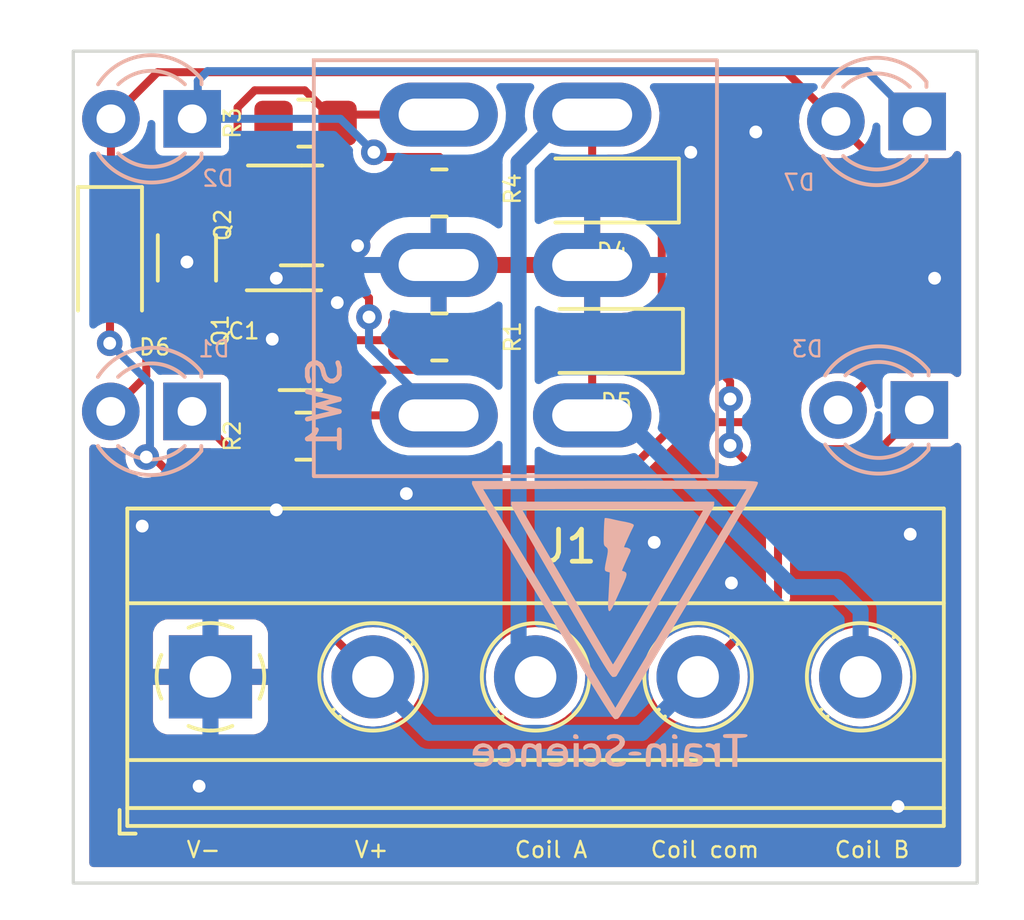
<source format=kicad_pcb>
(kicad_pcb (version 20221018) (generator pcbnew)
  (layers (0 "F.Cu" signal) (31 "B.Cu" signal) (34 "B.Paste" user) (35 "F.Paste" user) (36 "B.SilkS" user "B.Silkscreen") (37 "F.SilkS" user "F.Silkscreen") (38 "B.Mask" user) (39 "F.Mask" user) (44 "Edge.Cuts" user))
  (net 0 "")
  (net 1 "Net-(Q1-B)")
  (net 2 "GND")
  (net 3 "Net-(Q1-C)")
  (net 4 "Net-(Q2-B)")
  (net 5 "Net-(Q2-C)")
  (net 6 "Net-(D1-K)")
  (net 7 "Net-(D2-K)")
  (net 8 "VCC")
  (net 9 "Net-(D4-A)")
  (net 10 "Net-(D5-A)")
  (net 11 "Net-(D1-A)")
  (footprint "TerminalBlock_Phoenix:TerminalBlock_Phoenix_MKDS-1,5-5-5.08_1x05_P5.08mm_Horizontal" (layer "F.Cu") (at 89.17 91.272388)
    (fp_text reference "J1" (at 11.212 -4.068) (layer "F.SilkS"))
    (fp_text value "Screw_Terminal_01x05")
    (fp_line (start -2.84 4.16) (end -2.84 4.9) (stroke (width 0.12)) (layer "F.SilkS"))
    (fp_line (start -2.84 4.9) (end -2.34 4.9) (stroke (width 0.12)) (layer "F.SilkS"))
    (fp_line (start -2.6 -5.261) (end -2.6 4.66) (stroke (width 0.12)) (layer "F.SilkS"))
    (fp_line (start -2.6 -5.261) (end 22.92 -5.261) (stroke (width 0.12)) (layer "F.SilkS"))
    (fp_line (start -2.6 -2.301) (end 22.92 -2.301) (stroke (width 0.12)) (layer "F.SilkS"))
    (fp_line (start -2.6 2.6) (end 22.92 2.6) (stroke (width 0.12)) (layer "F.SilkS"))
    (fp_line (start -2.6 4.1) (end 22.92 4.1) (stroke (width 0.12)) (layer "F.SilkS"))
    (fp_line (start -2.6 4.66) (end 22.92 4.66) (stroke (width 0.12)) (layer "F.SilkS"))
    (fp_line (start 3.853 1.023) (end 3.806 1.069) (stroke (width 0.12)) (layer "F.SilkS"))
    (fp_line (start 4.046 1.239) (end 4.011 1.274) (stroke (width 0.12)) (layer "F.SilkS"))
    (fp_line (start 6.15 -1.275) (end 6.115 -1.239) (stroke (width 0.12)) (layer "F.SilkS"))
    (fp_line (start 6.355 -1.069) (end 6.308 -1.023) (stroke (width 0.12)) (layer "F.SilkS"))
    (fp_line (start 8.933 1.023) (end 8.886 1.069) (stroke (width 0.12)) (layer "F.SilkS"))
    (fp_line (start 9.126 1.239) (end 9.091 1.274) (stroke (width 0.12)) (layer "F.SilkS"))
    (fp_line (start 11.23 -1.275) (end 11.195 -1.239) (stroke (width 0.12)) (layer "F.SilkS"))
    (fp_line (start 11.435 -1.069) (end 11.388 -1.023) (stroke (width 0.12)) (layer "F.SilkS"))
    (fp_line (start 14.013 1.023) (end 13.966 1.069) (stroke (width 0.12)) (layer "F.SilkS"))
    (fp_line (start 14.206 1.239) (end 14.171 1.274) (stroke (width 0.12)) (layer "F.SilkS"))
    (fp_line (start 16.31 -1.275) (end 16.275 -1.239) (stroke (width 0.12)) (layer "F.SilkS"))
    (fp_line (start 16.515 -1.069) (end 16.468 -1.023) (stroke (width 0.12)) (layer "F.SilkS"))
    (fp_line (start 19.093 1.023) (end 19.046 1.069) (stroke (width 0.12)) (layer "F.SilkS"))
    (fp_line (start 19.286 1.239) (end 19.251 1.274) (stroke (width 0.12)) (layer "F.SilkS"))
    (fp_line (start 21.39 -1.275) (end 21.355 -1.239) (stroke (width 0.12)) (layer "F.SilkS"))
    (fp_line (start 21.595 -1.069) (end 21.548 -1.023) (stroke (width 0.12)) (layer "F.SilkS"))
    (fp_line (start 22.92 -5.261) (end 22.92 4.66) (stroke (width 0.12)) (layer "F.SilkS"))
    (fp_arc (start -1.535427 0.683042) (mid -1.680501 -0.000524) (end -1.535 -0.684) (stroke (width 0.12)) (layer "F.SilkS"))
    (fp_arc (start -0.683042 -1.535427) (mid 0.000524 -1.680501) (end 0.684 -1.535) (stroke (width 0.12)) (layer "F.SilkS"))
    (fp_arc (start 0.028805 1.680253) (mid -0.335551 1.646659) (end -0.684 1.535) (stroke (width 0.12)) (layer "F.SilkS"))
    (fp_arc (start 0.683318 1.534756) (mid 0.349292 1.643288) (end 0 1.68) (stroke (width 0.12)) (layer "F.SilkS"))
    (fp_arc (start 1.535427 -0.683042) (mid 1.680501 0.000524) (end 1.535 0.684) (stroke (width 0.12)) (layer "F.SilkS"))
    (fp_circle (center 5.08 0) (end 6.76 0) (stroke (width 0.12)) (fill none) (layer "F.SilkS"))
    (fp_circle (center 10.16 0) (end 11.84 0) (stroke (width 0.12)) (fill none) (layer "F.SilkS"))
    (fp_circle (center 15.24 0) (end 16.92 0) (stroke (width 0.12)) (fill none) (layer "F.SilkS"))
    (fp_circle (center 20.32 0) (end 22 0) (stroke (width 0.12)) (fill none) (layer "F.SilkS"))
    (pad "1" thru_hole rect (at 0 0) (size 2.6 2.6) (drill 1.3) (layers "*.Cu" "*.Mask") (net 2 "GND"))
    (pad "2" thru_hole circle (at 5.08 0) (size 2.6 2.6) (drill 1.3) (layers "*.Cu" "*.Mask") (net 8 "VCC"))
    (pad "3" thru_hole circle (at 10.16 0) (size 2.6 2.6) (drill 1.3) (layers "*.Cu" "*.Mask") (net 9 "Net-(D4-A)"))
    (pad "4" thru_hole circle (at 15.24 0) (size 2.6 2.6) (drill 1.3) (layers "*.Cu" "*.Mask") (net 8 "VCC"))
    (pad "5" thru_hole circle (at 20.32 0) (size 2.6 2.6) (drill 1.3) (layers "*.Cu" "*.Mask") (net 10 "Net-(D5-A)"))
  )
  (footprint "Package_TO_SOT_SMD:SOT-23" (layer "F.Cu") (at 91.98 80.750388)
    (fp_text reference "Q1" (at -2.5 -0.3 90) (layer "F.SilkS") (effects (font (size 0.5 0.5) (thickness 0.075))))
    (fp_text value "BC847")
    (fp_line (start 0 -1.56) (end -1.675 -1.56) (stroke (width 0.12)) (layer "F.SilkS"))
    (fp_line (start 0 -1.56) (end 0.65 -1.56) (stroke (width 0.12)) (layer "F.SilkS"))
    (fp_line (start 0 1.56) (end -0.65 1.56) (stroke (width 0.12)) (layer "F.SilkS"))
    (fp_line (start 0 1.56) (end 0.65 1.56) (stroke (width 0.12)) (layer "F.SilkS"))
    (pad "1" smd roundrect (at -0.9375 -0.95) (size 1.475 0.6) (layers "F.Cu" "F.Paste" "F.Mask") (net 1 "Net-(Q1-B)"))
    (pad "2" smd roundrect (at -0.9375 0.95) (size 1.475 0.6) (layers "F.Cu" "F.Paste" "F.Mask") (net 2 "GND"))
    (pad "3" smd roundrect (at 0.9375 0) (size 1.475 0.6) (layers "F.Cu" "F.Paste" "F.Mask") (net 3 "Net-(Q1-C)"))
  )
  (footprint "Diode_SMD:D_SOD-123F" (layer "F.Cu") (at 101.6 76.073 180)
    (fp_text reference "D4" (at -0.127 -1.905) (layer "F.SilkS") (effects (font (size 0.5 0.5) (thickness 0.075))))
    (fp_text value "D")
    (fp_line (start -2.21 -1) (end -2.21 1) (stroke (width 0.12)) (layer "F.SilkS"))
    (fp_line (start -2.21 -1) (end 1.65 -1) (stroke (width 0.12)) (layer "F.SilkS"))
    (fp_line (start -2.21 1) (end 1.65 1) (stroke (width 0.12)) (layer "F.SilkS"))
    (pad "1" smd roundrect (at -1.4 0 180) (size 1.1 1.1) (layers "F.Cu" "F.Paste" "F.Mask") (roundrect_rratio 0.2272727273) (net 8 "VCC"))
    (pad "2" smd roundrect (at 1.4 0 180) (size 1.1 1.1) (layers "F.Cu" "F.Paste" "F.Mask") (roundrect_rratio 0.2272727273) (net 9 "Net-(D4-A)"))
  )
  (footprint "custom_kicad_lib_sk:R_0805_handsolder-smalltext" (layer "F.Cu") (at 92.142 73.966388 180)
    (fp_text reference "R3" (at 2.286 0 90) (layer "F.SilkS") (effects (font (size 0.5 0.5) (thickness 0.075))))
    (fp_text value "6k8")
    (fp_line (start -0.227064 -0.735) (end 0.227064 -0.735) (stroke (width 0.12)) (layer "F.SilkS"))
    (fp_line (start -0.227064 0.735) (end 0.227064 0.735) (stroke (width 0.12)) (layer "F.SilkS"))
    (pad "1" smd roundrect (at -1 0 180) (size 1.2 1.4) (layers "F.Cu" "F.Paste" "F.Mask") (roundrect_rratio 0.2083333333) (net 1 "Net-(Q1-B)"))
    (pad "2" smd roundrect (at 1 0 180) (size 1.2 1.4) (layers "F.Cu" "F.Paste" "F.Mask") (roundrect_rratio 0.2083333333) (net 5 "Net-(Q2-C)"))
  )
  (footprint "Diode_SMD:D_SOD-123F" (layer "F.Cu") (at 86.03 78.174388 -90)
    (fp_text reference "D6" (at 2.794 -1.397) (layer "F.SilkS") (effects (font (size 0.5 0.5) (thickness 0.075))))
    (fp_text value "D")
    (fp_line (start -2.21 -1) (end -2.21 1) (stroke (width 0.12)) (layer "F.SilkS"))
    (fp_line (start -2.21 -1) (end 1.65 -1) (stroke (width 0.12)) (layer "F.SilkS"))
    (fp_line (start -2.21 1) (end 1.65 1) (stroke (width 0.12)) (layer "F.SilkS"))
    (pad "1" smd roundrect (at -1.4 0 270) (size 1.1 1.1) (layers "F.Cu" "F.Paste" "F.Mask") (roundrect_rratio 0.2272727273) (net 11 "Net-(D1-A)"))
    (pad "2" smd roundrect (at 1.4 0 270) (size 1.1 1.1) (layers "F.Cu" "F.Paste" "F.Mask") (roundrect_rratio 0.2272727273) (net 8 "VCC"))
  )
  (footprint "custom_kicad_lib_sk:R_0805_handsolder-smalltext" (layer "F.Cu") (at 96.324 80.649388 180)
    (fp_text reference "R1" (at -2.286 0 90) (layer "F.SilkS") (effects (font (size 0.5 0.5) (thickness 0.075))))
    (fp_text value "330R")
    (fp_line (start -0.227064 -0.735) (end 0.227064 -0.735) (stroke (width 0.12)) (layer "F.SilkS"))
    (fp_line (start -0.227064 0.735) (end 0.227064 0.735) (stroke (width 0.12)) (layer "F.SilkS"))
    (pad "1" smd roundrect (at -1 0 180) (size 1.2 1.4) (layers "F.Cu" "F.Paste" "F.Mask") (roundrect_rratio 0.2083333333) (net 6 "Net-(D1-K)"))
    (pad "2" smd roundrect (at 1 0 180) (size 1.2 1.4) (layers "F.Cu" "F.Paste" "F.Mask") (roundrect_rratio 0.2083333333) (net 3 "Net-(Q1-C)"))
  )
  (footprint "custom_kicad_lib_sk:R_0805_handsolder-smalltext" (layer "F.Cu") (at 92.08 83.750388)
    (fp_text reference "R2" (at -2.224 -0.005 90) (layer "F.SilkS") (effects (font (size 0.5 0.5) (thickness 0.075))))
    (fp_text value "6k8")
    (fp_line (start -0.227064 -0.735) (end 0.227064 -0.735) (stroke (width 0.12)) (layer "F.SilkS"))
    (fp_line (start -0.227064 0.735) (end 0.227064 0.735) (stroke (width 0.12)) (layer "F.SilkS"))
    (pad "1" smd roundrect (at -1 0) (size 1.2 1.4) (layers "F.Cu" "F.Paste" "F.Mask") (roundrect_rratio 0.2083333333) (net 3 "Net-(Q1-C)"))
    (pad "2" smd roundrect (at 1 0) (size 1.2 1.4) (layers "F.Cu" "F.Paste" "F.Mask") (roundrect_rratio 0.2083333333) (net 4 "Net-(Q2-B)"))
  )
  (footprint "Diode_SMD:D_SOD-123F" (layer "F.Cu") (at 101.727 80.772 180)
    (fp_text reference "D5" (at -0.127 -1.905) (layer "F.SilkS") (effects (font (size 0.5 0.5) (thickness 0.075))))
    (fp_text value "D")
    (fp_line (start -2.21 -1) (end -2.21 1) (stroke (width 0.12)) (layer "F.SilkS"))
    (fp_line (start -2.21 -1) (end 1.65 -1) (stroke (width 0.12)) (layer "F.SilkS"))
    (fp_line (start -2.21 1) (end 1.65 1) (stroke (width 0.12)) (layer "F.SilkS"))
    (pad "1" smd roundrect (at -1.4 0 180) (size 1.1 1.1) (layers "F.Cu" "F.Paste" "F.Mask") (roundrect_rratio 0.2272727273) (net 8 "VCC"))
    (pad "2" smd roundrect (at 1.4 0 180) (size 1.1 1.1) (layers "F.Cu" "F.Paste" "F.Mask") (roundrect_rratio 0.2272727273) (net 10 "Net-(D5-A)"))
  )
  (footprint "Capacitor_SMD:C_1206_3216Metric" (layer "F.Cu") (at 88.434 78.179 -90)
    (fp_text reference "C1" (at 2.286 -1.778) (layer "F.SilkS") (effects (font (size 0.5 0.5) (thickness 0.075))))
    (fp_text value "22uF")
    (fp_line (start -0.711252 -0.91) (end 0.711252 -0.91) (stroke (width 0.12)) (layer "F.SilkS"))
    (fp_line (start -0.711252 0.91) (end 0.711252 0.91) (stroke (width 0.12)) (layer "F.SilkS"))
    (pad "1" smd roundrect (at -1.475 0 270) (size 1.15 1.8) (layers "F.Cu" "F.Paste" "F.Mask") (roundrect_rratio 0.2173913043) (net 11 "Net-(D1-A)"))
    (pad "2" smd roundrect (at 1.475 0 270) (size 1.15 1.8) (layers "F.Cu" "F.Paste" "F.Mask") (roundrect_rratio 0.2173913043) (net 2 "GND"))
  )
  (footprint "custom_kicad_lib_sk:R_0805_handsolder-smalltext" (layer "F.Cu") (at 96.324 76.149388 180)
    (fp_text reference "R4" (at -2.286 0.127 90) (layer "F.SilkS") (effects (font (size 0.5 0.5) (thickness 0.075))))
    (fp_text value "330R")
    (fp_line (start -0.227064 -0.735) (end 0.227064 -0.735) (stroke (width 0.12)) (layer "F.SilkS"))
    (fp_line (start -0.227064 0.735) (end 0.227064 0.735) (stroke (width 0.12)) (layer "F.SilkS"))
    (pad "1" smd roundrect (at -1 0 180) (size 1.2 1.4) (layers "F.Cu" "F.Paste" "F.Mask") (roundrect_rratio 0.2083333333) (net 7 "Net-(D2-K)"))
    (pad "2" smd roundrect (at 1 0 180) (size 1.2 1.4) (layers "F.Cu" "F.Paste" "F.Mask") (roundrect_rratio 0.2083333333) (net 5 "Net-(Q2-C)"))
  )
  (footprint "Package_TO_SOT_SMD:SOT-23" (layer "F.Cu") (at 92.0175 76.850388)
    (fp_text reference "Q2" (at -2.4625 0.3 90) (layer "F.SilkS") (effects (font (size 0.5 0.5) (thickness 0.075))))
    (fp_text value "BC847")
    (fp_line (start 0 -1.56) (end -1.675 -1.56) (stroke (width 0.12)) (layer "F.SilkS"))
    (fp_line (start 0 -1.56) (end 0.65 -1.56) (stroke (width 0.12)) (layer "F.SilkS"))
    (fp_line (start 0 1.56) (end -0.65 1.56) (stroke (width 0.12)) (layer "F.SilkS"))
    (fp_line (start 0 1.56) (end 0.65 1.56) (stroke (width 0.12)) (layer "F.SilkS"))
    (pad "1" smd roundrect (at -0.9375 -0.95) (size 1.475 0.6) (layers "F.Cu" "F.Paste" "F.Mask") (net 4 "Net-(Q2-B)"))
    (pad "2" smd roundrect (at -0.9375 0.95) (size 1.475 0.6) (layers "F.Cu" "F.Paste" "F.Mask") (net 2 "GND"))
    (pad "3" smd roundrect (at 0.9375 0) (size 1.475 0.6) (layers "F.Cu" "F.Paste" "F.Mask") (net 5 "Net-(Q2-C)"))
  )
  (footprint "LED_THT:LED_D3.0mm" (layer "B.Cu") (at 111.324 82.931 180)
    (fp_text reference "D3" (at 3.501 1.905 unlocked) (layer "B.SilkS") (effects (font (size 0.5 0.5) (thickness 0.075)) (justify mirror)))
    (fp_text value "LED")
    (fp_line (start -0.29 -1.08) (end -0.29 -1.236) (stroke (width 0.12)) (layer "B.SilkS"))
    (fp_line (start -0.29 1.236) (end -0.29 1.08) (stroke (width 0.12)) (layer "B.SilkS"))
    (fp_arc (start -0.29 -1.235516) (mid 1.366487 -1.987659) (end 2.942335 -1.078608) (stroke (width 0.12)) (layer "B.SilkS"))
    (fp_arc (start 0.229039 -1.08) (mid 1.270117 -1.5) (end 2.31113 -1.079837) (stroke (width 0.12)) (layer "B.SilkS"))
    (fp_arc (start 2.31113 1.079837) (mid 1.270117 1.5) (end 0.229039 1.08) (stroke (width 0.12)) (layer "B.SilkS"))
    (fp_arc (start 2.942335 1.078608) (mid 1.366487 1.987659) (end -0.29 1.235516) (stroke (width 0.12)) (layer "B.SilkS"))
    (pad "1" thru_hole rect (at 0 0 180) (size 1.8 1.8) (drill 0.9) (layers "*.Cu" "*.Mask") (net 6 "Net-(D1-K)"))
    (pad "2" thru_hole circle (at 2.54 0 180) (size 1.8 1.8) (drill 0.9) (layers "*.Cu" "*.Mask") (net 11 "Net-(D1-A)"))
  )
  (footprint "LED_THT:LED_D3.0mm" (layer "B.Cu") (at 88.594 82.976388 180)
    (fp_text reference "D1" (at -0.687 1.950388 unlocked) (layer "B.SilkS") (effects (font (size 0.5 0.5) (thickness 0.075)) (justify mirror)))
    (fp_text value "LED")
    (fp_line (start -0.29 -1.08) (end -0.29 -1.236) (stroke (width 0.12)) (layer "B.SilkS"))
    (fp_line (start -0.29 1.236) (end -0.29 1.08) (stroke (width 0.12)) (layer "B.SilkS"))
    (fp_arc (start -0.29 -1.235516) (mid 1.366487 -1.987659) (end 2.942335 -1.078608) (stroke (width 0.12)) (layer "B.SilkS"))
    (fp_arc (start 0.229039 -1.08) (mid 1.270117 -1.5) (end 2.31113 -1.079837) (stroke (width 0.12)) (layer "B.SilkS"))
    (fp_arc (start 2.31113 1.079837) (mid 1.270117 1.5) (end 0.229039 1.08) (stroke (width 0.12)) (layer "B.SilkS"))
    (fp_arc (start 2.942335 1.078608) (mid 1.366487 1.987659) (end -0.29 1.235516) (stroke (width 0.12)) (layer "B.SilkS"))
    (pad "1" thru_hole rect (at 0 0 180) (size 1.8 1.8) (drill 0.9) (layers "*.Cu" "*.Mask") (net 6 "Net-(D1-K)"))
    (pad "2" thru_hole circle (at 2.54 0 180) (size 1.8 1.8) (drill 0.9) (layers "*.Cu" "*.Mask") (net 11 "Net-(D1-A)"))
  )
  (footprint "custom_kicad_lib_sk:MTS_DPDT" (layer "B.Cu") (at 99.3 82.4 -90)
    (fp_text reference "SW1" (at 0.388 6.558 90 unlocked) (layer "B.SilkS") (effects (justify mirror)))
    (fp_text value "SW_DPDT_x2")
    (fp_rect (start -10.4 6.9) (end 2.6 -5.7) (stroke (width 0.12)) (fill none) (layer "B.SilkS"))
    (pad "1" thru_hole oval (at -8.7 3 270) (size 2 3.7) (drill oval 1 2.5) (layers "*.Cu" "*.Mask") (net 1 "Net-(Q1-B)"))
    (pad "2" thru_hole oval (at -4 3 270) (size 2 3.7) (drill oval 1 2.5) (layers "*.Cu" "*.Mask") (net 2 "GND"))
    (pad "3" thru_hole oval (at 0.7 3 270) (size 2 3.7) (drill oval 1 2.5) (layers "*.Cu" "*.Mask") (net 4 "Net-(Q2-B)"))
    (pad "4" thru_hole oval (at -8.7 -1.8 270) (size 2 3.7) (drill oval 1 2.5) (layers "*.Cu" "*.Mask") (net 9 "Net-(D4-A)"))
    (pad "5" thru_hole oval (at -4 -1.8 270) (size 2 3.7) (drill oval 1 2.5) (layers "*.Cu" "*.Mask") (net 2 "GND"))
    (pad "6" thru_hole oval (at 0.7 -1.8 270) (size 2 3.7) (drill oval 1 2.5) (layers "*.Cu" "*.Mask") (net 10 "Net-(D5-A)"))
  )
  (footprint "LED_THT:LED_D3.0mm" (layer "B.Cu") (at 88.599 73.832388 180)
    (fp_text reference "D2" (at -0.809 -1.859612 unlocked) (layer "B.SilkS") (effects (font (size 0.5 0.5) (thickness 0.075)) (justify mirror)))
    (fp_text value "LED")
    (fp_line (start -0.29 -1.08) (end -0.29 -1.236) (stroke (width 0.12)) (layer "B.SilkS"))
    (fp_line (start -0.29 1.236) (end -0.29 1.08) (stroke (width 0.12)) (layer "B.SilkS"))
    (fp_arc (start -0.29 -1.235516) (mid 1.366487 -1.987659) (end 2.942335 -1.078608) (stroke (width 0.12)) (layer "B.SilkS"))
    (fp_arc (start 0.229039 -1.08) (mid 1.270117 -1.5) (end 2.31113 -1.079837) (stroke (width 0.12)) (layer "B.SilkS"))
    (fp_arc (start 2.31113 1.079837) (mid 1.270117 1.5) (end 0.229039 1.08) (stroke (width 0.12)) (layer "B.SilkS"))
    (fp_arc (start 2.942335 1.078608) (mid 1.366487 1.987659) (end -0.29 1.235516) (stroke (width 0.12)) (layer "B.SilkS"))
    (pad "1" thru_hole rect (at 0 0 180) (size 1.8 1.8) (drill 0.9) (layers "*.Cu" "*.Mask") (net 7 "Net-(D2-K)"))
    (pad "2" thru_hole circle (at 2.54 0 180) (size 1.8 1.8) (drill 0.9) (layers "*.Cu" "*.Mask") (net 11 "Net-(D1-A)"))
  )
  (footprint "LED_THT:LED_D3.0mm" (layer "B.Cu") (at 111.257 73.914 180)
    (fp_text reference "D7" (at 3.688 -1.905 unlocked) (layer "B.SilkS") (effects (font (size 0.5 0.5) (thickness 0.075)) (justify mirror)))
    (fp_text value "LED")
    (fp_line (start -0.29 -1.08) (end -0.29 -1.236) (stroke (width 0.12)) (layer "B.SilkS"))
    (fp_line (start -0.29 1.236) (end -0.29 1.08) (stroke (width 0.12)) (layer "B.SilkS"))
    (fp_arc (start -0.29 -1.235516) (mid 1.366487 -1.987659) (end 2.942335 -1.078608) (stroke (width 0.12)) (layer "B.SilkS"))
    (fp_arc (start 0.229039 -1.08) (mid 1.270117 -1.5) (end 2.31113 -1.079837) (stroke (width 0.12)) (layer "B.SilkS"))
    (fp_arc (start 2.31113 1.079837) (mid 1.270117 1.5) (end 0.229039 1.08) (stroke (width 0.12)) (layer "B.SilkS"))
    (fp_arc (start 2.942335 1.078608) (mid 1.366487 1.987659) (end -0.29 1.235516) (stroke (width 0.12)) (layer "B.SilkS"))
    (pad "1" thru_hole rect (at 0 0 180) (size 1.8 1.8) (drill 0.9) (layers "*.Cu" "*.Mask") (net 7 "Net-(D2-K)"))
    (pad "2" thru_hole circle (at 2.54 0 180) (size 1.8 1.8) (drill 0.9) (layers "*.Cu" "*.Mask") (net 11 "Net-(D1-A)"))
  )
  (footprint "custom_kicad_lib_sk:Train-Science logo small" (layer "B.Cu") (at 101.743 89.707388 180)
    (fp_text reference "G***" hide)
    (fp_text value "LOGO" hide)
    (fp_poly (pts (xy -1.867174 -4.3782) (xy -2.028137 -4.3782) (xy -2.028137 -3.637769) (xy -1.867174 -3.637769)) (fill solid) (layer "B.SilkS"))
    (fp_poly (pts (xy 1.223321 -4.3782) (xy 1.062357 -4.3782) (xy 1.062357 -3.637769) (xy 1.223321 -3.637769)) (fill solid) (layer "B.SilkS"))
    (fp_poly (pts (xy -1.879051 -3.365565) (xy -1.85507 -3.397528) (xy -1.848957 -3.467248) (xy -1.897497 -3.5033) (xy -1.951794 -3.508999) (xy -2.01104 -3.497959) (xy -2.024208 -3.453786) (xy -2.022328 -3.436565) (xy -1.991057 -3.378361) (xy -1.934811 -3.352714)) (fill solid) (layer "B.SilkS"))
    (fp_poly (pts (xy 1.211443 -3.365565) (xy 1.235424 -3.397528) (xy 1.241537 -3.467248) (xy 1.192998 -3.5033) (xy 1.1387 -3.508999) (xy 1.079454 -3.497959) (xy 1.066286 -3.453786) (xy 1.068167 -3.436565) (xy 1.099438 -3.378361) (xy 1.155683 -3.352714)) (fill solid) (layer "B.SilkS"))
    (fp_poly (pts (xy -0.612737 -3.9006) (xy -0.533283 -3.922266) (xy -0.490713 -3.961014) (xy -0.488845 -3.967744) (xy -0.490951 -3.998166) (xy -0.520453 -4.01526) (xy -0.590351 -4.022672) (xy -0.689781 -4.024081) (xy -0.808268 -4.020841) (xy -0.874379 -4.009353) (xy -0.899883 -3.986965) (xy -0.901394 -3.976406) (xy -0.873403 -3.933919) (xy -0.802697 -3.906845) (xy -0.709175 -3.895599)) (fill solid) (layer "B.SilkS"))
    (fp_poly (pts (xy -3.669632 -3.34866) (xy -3.559722 -3.351709) (xy -3.492918 -3.358945) (xy -3.458582 -3.372129) (xy -3.446076 -3.393024) (xy -3.444613 -3.412421) (xy -3.454092 -3.452657) (xy -3.493451 -3.471683) (xy -3.579073 -3.476782) (xy -3.58948 -3.476806) (xy -3.734347 -3.476806) (xy -3.734347 -4.3782) (xy -3.89531 -4.3782) (xy -3.89531 -3.480334) (xy -4.047936 -3.470522) (xy -4.148526 -3.457408) (xy -4.198923 -3.431105) (xy -4.21126 -3.404373) (xy -4.210399 -3.380588) (xy -4.190335 -3.364589) (xy -4.140901 -3.354863) (xy -4.051928 -3.349892) (xy -3.91325 -3.348161) (xy -3.833286 -3.348036)) (fill solid) (layer "B.SilkS"))
    (fp_poly (pts (xy -3.20706 -3.649174) (xy -3.187072 -3.671095) (xy -3.167366 -3.687977) (xy -3.124803 -3.671095) (xy -3.032476 -3.639196) (xy -2.952967 -3.641074) (xy -2.904379 -3.674259) (xy -2.897338 -3.702155) (xy -2.912873 -3.749633) (xy -2.970283 -3.766013) (xy -2.992091 -3.76654) (xy -3.08017 -3.784752) (xy -3.139695 -3.843818) (xy -3.1741 -3.950385) (xy -3.18682 -4.1111) (xy -3.187072 -4.143919) (xy -3.188151 -4.264488) (xy -3.194538 -4.33444) (xy -3.210963 -4.367539) (xy -3.242154 -4.377549) (xy -3.267554 -4.3782) (xy -3.348035 -4.3782) (xy -3.348035 -3.637769) (xy -3.267554 -3.637769)) (fill solid) (layer "B.SilkS"))
    (fp_poly (pts (xy 3.456146 -3.654371) (xy 3.543105 -3.697368) (xy 3.592791 -3.756548) (xy 3.594178 -3.814197) (xy 3.572895 -3.852981) (xy 3.542199 -3.843557) (xy 3.513841 -3.819211) (xy 3.424501 -3.7745) (xy 3.322943 -3.773442) (xy 3.238538 -3.81626) (xy 3.237661 -3.817129) (xy 3.201357 -3.890078) (xy 3.187495 -3.994878) (xy 3.196074 -4.103032) (xy 3.227095 -4.186043) (xy 3.237661 -4.198841) (xy 3.321639 -4.242246) (xy 3.423161 -4.241772) (xy 3.512857 -4.197642) (xy 3.513841 -4.196759) (xy 3.559116 -4.162129) (xy 3.582547 -4.174932) (xy 3.594178 -4.201773) (xy 3.589623 -4.267108) (xy 3.534669 -4.324764) (xy 3.443265 -4.364981) (xy 3.341993 -4.3782) (xy 3.23693 -4.364144) (xy 3.150524 -4.312169) (xy 3.116435 -4.280323) (xy 3.06227 -4.220957) (xy 3.03476 -4.166703) (xy 3.027277 -4.094215) (xy 3.032787 -3.985733) (xy 3.063239 -3.823108) (xy 3.128926 -3.713042) (xy 3.232557 -3.652527) (xy 3.346264 -3.637769)) (fill solid) (layer "B.SilkS"))
    (fp_poly (pts (xy 0.784156 -3.654371) (xy 0.871115 -3.697368) (xy 0.920801 -3.756548) (xy 0.922188 -3.814197) (xy 0.900905 -3.852981) (xy 0.870209 -3.843557) (xy 0.841851 -3.819211) (xy 0.752511 -3.7745) (xy 0.650954 -3.773442) (xy 0.566548 -3.81626) (xy 0.565671 -3.817129) (xy 0.529974 -3.888454) (xy 0.515171 -3.998249) (xy 0.515082 -4.007985) (xy 0.527932 -4.119813) (xy 0.562192 -4.195116) (xy 0.565671 -4.198841) (xy 0.649649 -4.242246) (xy 0.751171 -4.241772) (xy 0.840868 -4.197642) (xy 0.841851 -4.196759) (xy 0.887126 -4.162129) (xy 0.910558 -4.174932) (xy 0.922188 -4.201773) (xy 0.917633 -4.267108) (xy 0.862679 -4.324764) (xy 0.771275 -4.364981) (xy 0.670003 -4.3782) (xy 0.56494 -4.364144) (xy 0.478534 -4.312169) (xy 0.444446 -4.280323) (xy 0.39028 -4.220957) (xy 0.36277 -4.166703) (xy 0.355287 -4.094215) (xy 0.360798 -3.985733) (xy 0.391249 -3.823108) (xy 0.456936 -3.713042) (xy 0.560567 -3.652527) (xy 0.674274 -3.637769)) (fill solid) (layer "B.SilkS"))
    (fp_poly (pts (xy -2.40532 -3.645768) (xy -2.326525 -3.67613) (xy -2.275297 -3.738404) (xy -2.245189 -3.842138) (xy -2.22975 -3.996881) (xy -2.226439 -4.069661) (xy -2.215488 -4.366149) (xy -2.45432 -4.371021) (xy -2.611055 -4.367821) (xy -2.715337 -4.349617) (xy -2.763052 -4.326932) (xy -2.817997 -4.253657) (xy -2.8318 -4.157537) (xy -2.826579 -4.141434) (xy -2.663371 -4.141434) (xy -2.661178 -4.198977) (xy -2.617211 -4.235887) (xy -2.541587 -4.248708) (xy -2.462907 -4.236034) (xy -2.420887 -4.210799) (xy -2.387663 -4.147033) (xy -2.382256 -4.110009) (xy -2.391113 -4.070273) (xy -2.429399 -4.05887) (xy -2.5002 -4.066989) (xy -2.611613 -4.096669) (xy -2.663371 -4.141434) (xy -2.826579 -4.141434) (xy -2.80241 -4.066887) (xy -2.783578 -4.04369) (xy -2.714915 -4.000608) (xy -2.611053 -3.960717) (xy -2.500848 -3.933723) (xy -2.438593 -3.927683) (xy -2.39073 -3.905832) (xy -2.389171 -3.848663) (xy -2.411779 -3.801951) (xy -2.44845 -3.775964) (xy -2.522247 -3.768689) (xy -2.620538 -3.77548) (xy -2.726931 -3.782973) (xy -2.782746 -3.776184) (xy -2.800575 -3.753278) (xy -2.80076 -3.74925) (xy -2.770723 -3.693209) (xy -2.685633 -3.655257) (xy -2.553023 -3.638364) (xy -2.518132 -3.637769)) (fill solid) (layer "B.SilkS"))
    (fp_poly (pts (xy 0.08045 -3.363771) (xy 0.163476 -3.40824) (xy 0.193154 -3.477335) (xy 0.193156 -3.477939) (xy 0.170182 -3.528914) (xy 0.121334 -3.539789) (xy 0.080482 -3.508999) (xy 0.032611 -3.483439) (xy -0.047363 -3.477888) (xy -0.130866 -3.490818) (xy -0.189325 -3.520703) (xy -0.191874 -3.52355) (xy -0.21804 -3.596183) (xy -0.180966 -3.673245) (xy -0.081544 -3.753443) (xy -0.004028 -3.796699) (xy 0.136108 -3.882305) (xy 0.216714 -3.971193) (xy 0.24249 -4.071135) (xy 0.223825 -4.173564) (xy 0.164082 -4.275535) (xy 0.095495 -4.330471) (xy -0.018443 -4.366535) (xy -0.150995 -4.376193) (xy -0.274362 -4.359597) (xy -0.346956 -4.328086) (xy -0.40363 -4.272052) (xy -0.419312 -4.22251) (xy -0.394108 -4.195068) (xy -0.346071 -4.199064) (xy -0.197064 -4.233359) (xy -0.075009 -4.242002) (xy 0.005829 -4.224264) (xy 0.015788 -4.217493) (xy 0.061853 -4.14537) (xy 0.055341 -4.062595) (xy 0.002818 -3.983964) (xy -0.089151 -3.924271) (xy -0.119083 -3.913566) (xy -0.188092 -3.877866) (xy -0.269912 -3.816568) (xy -0.288095 -3.800264) (xy -0.365715 -3.694707) (xy -0.385703 -3.587357) (xy -0.353625 -3.488715) (xy -0.27505 -3.409279) (xy -0.155545 -3.359551) (xy -0.048289 -3.348036)) (fill solid) (layer "B.SilkS"))
    (fp_poly (pts (xy -1.179743 -3.652213) (xy -1.106639 -3.700519) (xy -1.060135 -3.79015) (xy -1.036075 -3.928568) (xy -1.030165 -4.092808) (xy -1.03083 -4.228722) (xy -1.035174 -4.312734) (xy -1.046716 -4.357328) (xy -1.068976 -4.374987) (xy -1.105476 -4.378194) (xy -1.110646 -4.3782) (xy -1.150723 -4.375415) (xy -1.174641 -4.358257) (xy -1.186568 -4.313522) (xy -1.190674 -4.228007) (xy -1.191128 -4.123292) (xy -1.193501 -3.995739) (xy -1.199781 -3.889366) (xy -1.208712 -3.82384) (xy -1.210669 -3.817462) (xy -1.256725 -3.775444) (xy -1.33462 -3.771399) (xy -1.424149 -3.805399) (xy -1.441506 -3.816654) (xy -1.477783 -3.84892) (xy -1.499291 -3.893461) (xy -1.50977 -3.966262) (xy -1.512958 -4.083304) (xy -1.513054 -4.122485) (xy -1.513927 -4.249664) (xy -1.519311 -4.325642) (xy -1.533355 -4.363601) (xy -1.560209 -4.376724) (xy -1.593536 -4.3782) (xy -1.674018 -4.3782) (xy -1.674018 -4.007985) (xy -1.67363 -3.849262) (xy -1.670933 -3.743962) (xy -1.663621 -3.681124) (xy -1.649392 -3.649787) (xy -1.625943 -3.638988) (xy -1.596219 -3.637769) (xy -1.53075 -3.652507) (xy -1.503665 -3.67801) (xy -1.482168 -3.702107) (xy -1.446255 -3.67801) (xy -1.387205 -3.651219) (xy -1.298048 -3.63805) (xy -1.283604 -3.637769)) (fill solid) (layer "B.SilkS"))
    (fp_poly (pts (xy 1.874086 -3.665419) (xy 1.97554 -3.737669) (xy 2.042702 -3.838471) (xy 2.06033 -3.925027) (xy 2.06033 -4.024081) (xy 1.802788 -4.024081) (xy 1.674253 -4.025517) (xy 1.597198 -4.031892) (xy 1.558746 -4.046313) (xy 1.54602 -4.071882) (xy 1.545247 -4.086167) (xy 1.568914 -4.17496) (xy 1.641552 -4.227168) (xy 1.76562 -4.244072) (xy 1.841189 -4.240295) (xy 1.949653 -4.233706) (xy 2.007504 -4.2403) (xy 2.027535 -4.262067) (xy 2.028137 -4.269376) (xy 1.999657 -4.321331) (xy 1.925454 -4.357024) (xy 1.822384 -4.375338) (xy 1.707304 -4.375154) (xy 1.597069 -4.355354) (xy 1.508536 -4.31482) (xy 1.495586 -4.304705) (xy 1.430456 -4.223779) (xy 1.397139 -4.110586) (xy 1.393087 -4.07989) (xy 1.397067 -3.908) (xy 1.412373 -3.869557) (xy 1.545247 -3.869557) (xy 1.574363 -3.883662) (xy 1.649466 -3.893017) (xy 1.722307 -3.895311) (xy 1.819283 -3.891076) (xy 1.883595 -3.880152) (xy 1.899366 -3.869557) (xy 1.87055 -3.814477) (xy 1.797044 -3.776712) (xy 1.722307 -3.76654) (xy 1.627639 -3.783306) (xy 1.562731 -3.826073) (xy 1.545247 -3.869557) (xy 1.412373 -3.869557) (xy 1.449928 -3.775233) (xy 1.548716 -3.685192) (xy 1.690478 -3.641482) (xy 1.755377 -3.637769)) (fill solid) (layer "B.SilkS"))
    (fp_poly (pts (xy 2.715567 -3.652213) (xy 2.788671 -3.700519) (xy 2.835175 -3.79015) (xy 2.859236 -3.928568) (xy 2.865146 -4.092808) (xy 2.86448 -4.228722) (xy 2.860137 -4.312734) (xy 2.848595 -4.357328) (xy 2.826334 -4.374987) (xy 2.789834 -4.378194) (xy 2.784664 -4.3782) (xy 2.744587 -4.375415) (xy 2.72067 -4.358257) (xy 2.708742 -4.313522) (xy 2.704637 -4.228007) (xy 2.704183 -4.123292) (xy 2.70181 -3.995739) (xy 2.69553 -3.889366) (xy 2.686599 -3.82384) (xy 2.684642 -3.817462) (xy 2.638586 -3.775444) (xy 2.56069 -3.771399) (xy 2.471162 -3.805399) (xy 2.453804 -3.816654) (xy 2.417528 -3.84892) (xy 2.396019 -3.893461) (xy 2.385541 -3.966262) (xy 2.382352 -4.083304) (xy 2.382256 -4.122485) (xy 2.381383 -4.249664) (xy 2.375999 -4.325642) (xy 2.361955 -4.363601) (xy 2.335101 -4.376724) (xy 2.301774 -4.3782) (xy 2.221293 -4.3782) (xy 2.221293 -4.007985) (xy 2.22168 -3.849262) (xy 2.224378 -3.743962) (xy 2.231689 -3.681124) (xy 2.245918 -3.649787) (xy 2.269368 -3.638988) (xy 2.299092 -3.637769) (xy 2.364561 -3.652507) (xy 2.391646 -3.67801) (xy 2.413142 -3.702107) (xy 2.449056 -3.67801) (xy 2.508105 -3.651219) (xy 2.597263 -3.63805) (xy 2.611707 -3.637769)) (fill solid) (layer "B.SilkS"))
    (fp_poly (pts (xy 4.191957 -3.665419) (xy 4.293411 -3.737669) (xy 4.360573 -3.838471) (xy 4.3782 -3.925027) (xy 4.3782 -4.024081) (xy 4.120659 -4.024081) (xy 3.992123 -4.025517) (xy 3.915069 -4.031892) (xy 3.876617 -4.046313) (xy 3.86389 -4.071882) (xy 3.863118 -4.086167) (xy 3.886785 -4.17496) (xy 3.959423 -4.227168) (xy 4.083491 -4.244072) (xy 4.15906 -4.240295) (xy 4.267524 -4.233706) (xy 4.325375 -4.2403) (xy 4.345405 -4.262067) (xy 4.346008 -4.269376) (xy 4.317527 -4.321331) (xy 4.243324 -4.357024) (xy 4.140255 -4.375338) (xy 4.025174 -4.375154) (xy 3.91494 -4.355354) (xy 3.826407 -4.31482) (xy 3.813457 -4.304705) (xy 3.748327 -4.223779) (xy 3.71501 -4.110586) (xy 3.710957 -4.07989) (xy 3.714938 -3.908) (xy 3.730244 -3.869557) (xy 3.863118 -3.869557) (xy 3.892233 -3.883662) (xy 3.967337 -3.893017) (xy 4.040178 -3.895311) (xy 4.137154 -3.891076) (xy 4.201466 -3.880152) (xy 4.217237 -3.869557) (xy 4.188421 -3.814477) (xy 4.114915 -3.776712) (xy 4.040178 -3.76654) (xy 3.945509 -3.783306) (xy 3.880602 -3.826073) (xy 3.863118 -3.869557) (xy 3.730244 -3.869557) (xy 3.767799 -3.775233) (xy 3.866587 -3.685192) (xy 4.008349 -3.641482) (xy 4.073248 -3.637769)) (fill solid) (layer "B.SilkS"))
    (fp_poly (pts (xy 0.250482 3.398018) (xy 0.258312 3.360431) (xy 0.266207 3.271171) (xy 0.273323 3.142944) (xy 0.278815 2.988455) (xy 0.279494 2.961822) (xy 0.283147 2.79102) (xy 0.28333 2.672993) (xy 0.27842 2.596159) (xy 0.266793 2.548934) (xy 0.246824 2.519735) (xy 0.216889 2.496979) (xy 0.214047 2.495112) (xy 0.177374 2.463714) (xy 0.157846 2.420729) (xy 0.155167 2.353836) (xy 0.169042 2.250716) (xy 0.199173 2.099046) (xy 0.20399 2.076426) (xy 0.234196 1.927607) (xy 0.248081 1.829473) (xy 0.244797 1.770209) (xy 0.223496 1.738003) (xy 0.183328 1.721039) (xy 0.178383 1.719762) (xy 0.093995 1.698582) (xy 0.113104 1.340229) (xy 0.122361 1.168329) (xy 0.13182 0.9955) (xy 0.140114 0.846597) (xy 0.144094 0.776804) (xy 0.147732 0.616402) (xy 0.136399 0.518612) (xy 0.110043 0.48341) (xy 0.068612 0.510774) (xy 0.012053 0.600683) (xy -0.036281 0.70019) (xy -0.094889 0.829583) (xy -0.151819 0.955614) (xy -0.192615 1.046261) (xy -0.235959 1.142058) (xy -0.293724 1.268625) (xy -0.352412 1.396402) (xy -0.410483 1.535855) (xy -0.432862 1.630868) (xy -0.419591 1.690556) (xy -0.370712 1.724039) (xy -0.353957 1.729118) (xy -0.302087 1.746117) (xy -0.289734 1.754248) (xy -0.301976 1.787815) (xy -0.333966 1.863803) (xy -0.378601 1.966115) (xy -0.428778 2.078653) (xy -0.477393 2.185319) (xy -0.517132 2.269582) (xy -0.553917 2.350924) (xy -0.561542 2.396199) (xy -0.540994 2.426228) (xy -0.525165 2.438593) (xy -0.452176 2.472508) (xy -0.412351 2.478834) (xy -0.36338 2.484926) (xy -0.354119 2.492061) (xy -0.366789 2.526986) (xy -0.400137 2.60474) (xy -0.447168 2.710013) (xy -0.500888 2.827498) (xy -0.554304 2.941887) (xy -0.600421 3.037873) (xy -0.630486 3.096942) (xy -0.659596 3.160107) (xy -0.65177 3.193594) (xy -0.620583 3.213855) (xy -0.53333 3.246777) (xy -0.395236 3.27925) (xy -0.273637 3.301207) (xy -0.190498 3.31751) (xy -0.07335 3.34338) (xy 0.027233 3.367139) (xy 0.134416 3.389945) (xy 0.215087 3.40089)) (fill solid) (layer "B.SilkS"))
    (fp_poly (pts (xy 3.179239 3.830925) (xy 3.169077 3.796052) (xy 3.134748 3.721875) (xy 3.075339 3.60678) (xy 2.989941 3.449155) (xy 2.877641 3.24739) (xy 2.737526 2.999872) (xy 2.568687 2.704989) (xy 2.370211 2.361128) (xy 2.141187 1.966679) (xy 1.880703 1.52003) (xy 1.631778 1.09455) (xy 1.368647 0.645596) (xy 1.135907 0.249143) (xy 0.93161 -0.097982) (xy 0.753807 -0.398953) (xy 0.60055 -0.656942) (xy 0.469891 -0.875124) (xy 0.359881 -1.05667) (xy 0.268572 -1.204755) (xy 0.194014 -1.322552) (xy 0.134261 -1.413233) (xy 0.087362 -1.479973) (xy 0.051371 -1.525943) (xy 0.024337 -1.554318) (xy 0.004314 -1.568271) (xy -0.004969 -1.571019) (xy -0.078828 -1.563333) (xy -0.118283 -1.538827) (xy -0.138767 -1.505458) (xy -0.189191 -1.420294) (xy -0.267262 -1.287274) (xy -0.370688 -1.110339) (xy -0.497173 -0.893428) (xy -0.644426 -0.640482) (xy -0.810153 -0.355441) (xy -0.99206 -0.042244) (xy -1.187855 0.295169) (xy -1.395243 0.652857) (xy -1.611932 1.02688) (xy -1.660439 1.110646) (xy -1.943382 1.600038) (xy -2.194371 2.035755) (xy -2.414343 2.419476) (xy -2.604234 2.752877) (xy -2.764981 3.037634) (xy -2.89752 3.275425) (xy -3.002787 3.467927) (xy -3.081719 3.616816) (xy -3.100264 3.653866) (xy -2.831057 3.653866) (xy -1.427803 1.229825) (xy -1.217976 0.867944) (xy -1.017222 0.522838) (xy -0.827885 0.198474) (xy -0.652308 -0.101185) (xy -0.492836 -0.372174) (xy -0.351814 -0.61053) (xy -0.231586 -0.812287) (xy -0.134496 -0.973481) (xy -0.062889 -1.090149) (xy -0.019109 -1.158326) (xy -0.005551 -1.175218) (xy 0.013203 -1.145197) (xy 0.062076 -1.063637) (xy 0.138687 -0.934577) (xy 0.240658 -0.762061) (xy 0.365609 -0.55013) (xy 0.511161 -0.302826) (xy 0.674935 -0.02419) (xy 0.854552 0.281735) (xy 1.047632 0.610908) (xy 1.251797 0.959287) (xy 1.421346 1.248823) (xy 2.829247 3.653866) (xy 1.414623 3.662249) (xy 1.04211 3.663984) (xy 0.624153 3.665121) (xy 0.179691 3.665659) (xy -0.272337 3.665598) (xy -0.712992 3.664938) (xy -1.123334 3.663678) (xy -1.415529 3.662249) (xy -2.831057 3.653866) (xy -3.100264 3.653866) (xy -3.135253 3.723769) (xy -3.164325 3.790463) (xy -3.17064 3.814829) (xy -3.170976 3.911407) (xy 3.170976 3.911407)) (fill solid) (layer "B.SilkS"))
    (fp_poly (pts (xy -2.177236 4.566716) (xy -1.724771 4.566214) (xy -1.217326 4.565463) (xy -0.651718 4.564501) (xy -0.055144 4.563421) (xy 4.394297 4.55526) (xy 4.402412 4.474778) (xy 4.392766 4.444092) (xy 4.360546 4.377472) (xy 4.304831 4.273357) (xy 4.224701 4.130187) (xy 4.119236 3.9464) (xy 3.987517 3.720436) (xy 3.828623 3.450735) (xy 3.641634 3.135735) (xy 3.425631 2.773875) (xy 3.179692 2.363596) (xy 2.902899 1.903335) (xy 2.594331 1.391532) (xy 2.253068 0.826627) (xy 2.210681 0.756527) (xy 1.892208 0.230049) (xy 1.605234 -0.243951) (xy 1.348069 -0.66817) (xy 1.119028 -1.045302) (xy 0.916421 -1.378044) (xy 0.738561 -1.669091) (xy 0.583761 -1.921141) (xy 0.450332 -2.136888) (xy 0.336586 -2.319029) (xy 0.240836 -2.470259) (xy 0.161394 -2.593274) (xy 0.096573 -2.690771) (xy 0.044683 -2.765444) (xy 0.004038 -2.819991) (xy -0.02705 -2.857107) (xy -0.05027 -2.879488) (xy -0.067308 -2.88983) (xy -0.073048 -2.891234) (xy -0.156237 -2.877194) (xy -0.204854 -2.826849) (xy -0.227047 -2.790521) (xy -0.280348 -2.702298) (xy -0.362758 -2.565508) (xy -0.47228 -2.383476) (xy -0.606914 -2.159531) (xy -0.764662 -1.897) (xy -0.943527 -1.599208) (xy -1.141509 -1.269484) (xy -1.356611 -0.911155) (xy -1.586834 -0.527547) (xy -1.830181 -0.121988) (xy -2.084652 0.302196) (xy -2.348249 0.741676) (xy -2.411808 0.847656) (xy -2.72913 1.377004) (xy -3.014693 1.853894) (xy -3.270035 2.280976) (xy -3.496692 2.660897) (xy -3.696204 2.996307) (xy -3.870107 3.289854) (xy -4.01994 3.544188) (xy -4.147239 3.761957) (xy -4.253544 3.94581) (xy -4.340391 4.098397) (xy -4.409319 4.222366) (xy -4.449721 4.297718) (xy -4.178624 4.297718) (xy -0.08088 -2.532058) (xy 0.192957 -2.079549) (xy 0.247331 -1.989669) (xy 0.332405 -1.84901) (xy 0.445566 -1.661887) (xy 0.584205 -1.43262) (xy 0.74571 -1.165527) (xy 0.92747 -0.864926) (xy 1.126875 -0.535135) (xy 1.341313 -0.180472) (xy 1.568173 0.194744) (xy 1.804844 0.586196) (xy 2.048716 0.989564) (xy 2.257763 1.33534) (xy 4.048733 4.297718) (xy 1.992174 4.306003) (xy 1.548356 4.307468) (xy 1.05587 4.308526) (xy 0.530432 4.309176) (xy -0.012241 4.309419) (xy -0.556433 4.309254) (xy -1.086428 4.308682) (xy -1.58651 4.307702) (xy -2.040962 4.306315) (xy -2.121505 4.306003) (xy -4.178624 4.297718) (xy -4.449721 4.297718) (xy -4.461864 4.320365) (xy -4.499566 4.395045) (xy -4.523961 4.449053) (xy -4.536588 4.485039) (xy -4.538984 4.505651) (xy -4.537712 4.509683) (xy -4.531875 4.518362) (xy -4.522005 4.526181) (xy -4.504918 4.533179) (xy -4.47743 4.539392) (xy -4.436357 4.54486) (xy -4.378514 4.549621) (xy -4.300717 4.553712) (xy -4.199782 4.557172) (xy -4.072525 4.560039) (xy -3.915762 4.562352) (xy -3.726308 4.564148) (xy -3.50098 4.565466) (xy -3.236592 4.566343) (xy -2.929962 4.566818) (xy -2.577905 4.56693)) (fill solid) (layer "B.SilkS"))
  )
  (gr_rect (start 113.132 97.717388) (end 84.882 71.717388) (stroke (width 0.1)) (fill none) (layer "Edge.Cuts"))
  (gr_text "V-" (at 88.382 96.967388) (layer "F.SilkS") (effects (font (size 0.5 0.5) (thickness 0.075)) (justify left bottom)))
  (gr_text "Coil com" (at 102.882 96.967388) (layer "F.SilkS") (effects (font (size 0.5 0.5) (thickness 0.075)) (justify left bottom)))
  (gr_text "Coil A" (at 98.632 96.967388) (layer "F.SilkS") (effects (font (size 0.5 0.5) (thickness 0.075)) (justify left bottom)))
  (gr_text "Coil B" (at 108.632 96.967388) (layer "F.SilkS") (effects (font (size 0.5 0.5) (thickness 0.075)) (justify left bottom)))
  (gr_text "V+" (at 93.632 96.967388) (layer "F.SilkS") (effects (font (size 0.5 0.5) (thickness 0.075)) (justify left bottom)))
  (segment (start 90.690388 79.800388) (end 91.0425 79.800388) (width 0.25) (layer "F.Cu") (net 1))
  (segment (start 90.0175 79.1275) (end 90.690388 79.800388) (width 0.25) (layer "F.Cu") (net 1))
  (segment (start 93.142 73.966388) (end 92.117 72.941388) (width 0.25) (layer "F.Cu") (net 1))
  (segment (start 92.117 72.941388) (end 90.553827 72.941388) (width 0.25) (layer "F.Cu") (net 1))
  (segment (start 90.553827 72.941388) (end 90.0175 73.477715) (width 0.25) (layer "F.Cu") (net 1))
  (segment (start 93.408388 73.7) (end 93.142 73.966388) (width 0.25) (layer "F.Cu") (net 1))
  (segment (start 90.0175 73.477715) (end 90.0175 79.1275) (width 0.25) (layer "F.Cu") (net 1))
  (segment (start 96.3 73.7) (end 93.408388 73.7) (width 0.25) (layer "F.Cu") (net 1))
  (segment (start 96.3 78.4) (end 101.1 78.4) (width 0.5) (layer "F.Cu") (net 2))
  (via (at 88.434 78.306) (size 0.8) (drill 0.4) (layers "F.Cu" "B.Cu") (net 2))
  (via (at 110.659 95.324) (size 0.8) (drill 0.4) (layers "F.Cu" "B.Cu") (net 2))
  (via (at 87.037 86.561) (size 0.8) (drill 0.4) (layers "F.Cu" "B.Cu") (net 2))
  (via (at 106.214 74.242) (size 0.8) (drill 0.4) (layers "F.Cu" "B.Cu") (net 2))
  (via (at 93.133 79.576) (size 0.8) (drill 0.4) (layers "F.Cu" "B.Cu") (net 2))
  (via (at 88.815 94.689) (size 0.8) (drill 0.4) (layers "F.Cu" "B.Cu") (net 2))
  (via (at 95.292 85.545) (size 0.8) (drill 0.4) (layers "F.Cu" "B.Cu") (net 2))
  (via (at 103.039 87.069) (size 0.8) (drill 0.4) (layers "F.Cu" "B.Cu") (net 2))
  (via (at 91.228 78.814) (size 0.8) (drill 0.4) (layers "F.Cu" "B.Cu") (net 2))
  (via (at 93.768 77.798) (size 0.8) (drill 0.4) (layers "F.Cu" "B.Cu") (net 2))
  (via (at 104.182 74.877) (size 0.8) (drill 0.4) (layers "F.Cu" "B.Cu") (net 2))
  (via (at 111.04 86.815) (size 0.8) (drill 0.4) (layers "F.Cu" "B.Cu") (net 2))
  (via (at 91.228 86.053) (size 0.8) (drill 0.4) (layers "F.Cu" "B.Cu") (net 2))
  (via (at 91.101 80.719) (size 0.8) (drill 0.4) (layers "F.Cu" "B.Cu") (net 2))
  (via (at 111.802 78.814) (size 0.8) (drill 0.4) (layers "F.Cu" "B.Cu") (net 2))
  (via (at 105.452 88.339) (size 0.8) (drill 0.4) (layers "F.Cu" "B.Cu") (net 2))
  (segment (start 92.752 82.078388) (end 92.752 80.915888) (width 0.25) (layer "F.Cu") (net 3))
  (segment (start 92.9175 80.750388) (end 95.223 80.750388) (width 0.25) (layer "F.Cu") (net 3))
  (segment (start 92.587388 82.243) (end 92.752 82.078388) (width 0.25) (layer "F.Cu") (net 3))
  (segment (start 91.228 83.602388) (end 91.228 82.878) (width 0.25) (layer "F.Cu") (net 3))
  (segment (start 92.752 80.915888) (end 92.9175 80.750388) (width 0.25) (layer "F.Cu") (net 3))
  (segment (start 95.223 80.750388) (end 95.324 80.649388) (width 0.25) (layer "F.Cu") (net 3))
  (segment (start 91.08 83.750388) (end 91.228 83.602388) (width 0.25) (layer "F.Cu") (net 3))
  (segment (start 91.826751 82.325388) (end 91.909139 82.243) (width 0.25) (layer "F.Cu") (net 3))
  (segment (start 91.228 82.878) (end 91.780612 82.325388) (width 0.25) (layer "F.Cu") (net 3))
  (segment (start 91.909139 82.243) (end 92.587388 82.243) (width 0.25) (layer "F.Cu") (net 3))
  (segment (start 91.780612 82.325388) (end 91.826751 82.325388) (width 0.25) (layer "F.Cu") (net 3))
  (segment (start 94.12515 79.429789) (end 91.08 76.384639) (width 0.25) (layer "F.Cu") (net 4))
  (segment (start 91.08 76.384639) (end 91.08 75.900388) (width 0.25) (layer "F.Cu") (net 4))
  (segment (start 93.08 83.750388) (end 93.730388 83.1) (width 0.25) (layer "F.Cu") (net 4))
  (segment (start 94.12515 80.025888) (end 94.12515 79.429789) (width 0.25) (layer "F.Cu") (net 4))
  (segment (start 93.730388 83.1) (end 96.3 83.1) (width 0.25) (layer "F.Cu") (net 4))
  (via (at 94.12515 80.025888) (size 0.8) (drill 0.4) (layers "F.Cu" "B.Cu") (net 4))
  (segment (start 94.12515 80.92515) (end 94.12515 80.025888) (width 0.25) (layer "B.Cu") (net 4))
  (segment (start 96.3 83.1) (end 94.12515 80.92515) (width 0.25) (layer "B.Cu") (net 4))
  (segment (start 91.142 74.029) (end 92.955 75.842) (width 0.25) (layer "F.Cu") (net 5))
  (segment (start 91.142 73.966388) (end 91.142 74.029) (width 0.25) (layer "F.Cu") (net 5))
  (segment (start 94.019612 76.149388) (end 93.318612 76.850388) (width 0.25) (layer "F.Cu") (net 5))
  (segment (start 93.318612 76.850388) (end 92.955 76.850388) (width 0.25) (layer "F.Cu") (net 5))
  (segment (start 92.955 75.842) (end 92.955 76.850388) (width 0.25) (layer "F.Cu") (net 5))
  (segment (start 95.324 76.149388) (end 94.019612 76.149388) (width 0.25) (layer "F.Cu") (net 5))
  (segment (start 91.90478 84.61278) (end 92.075 84.783) (width 0.25) (layer "F.Cu") (net 6))
  (segment (start 97.324 80.649388) (end 96.299 81.674388) (width 0.25) (layer "F.Cu") (net 6))
  (segment (start 93.4505 82.3065) (end 93.387 82.37) (width 0.25) (layer "F.Cu") (net 6))
  (segment (start 93.4505 82.3065) (end 93.031612 82.725388) (width 0.25) (layer "F.Cu") (net 6))
  (segment (start 94.082612 81.674388) (end 93.4505 82.3065) (width 0.25) (layer "F.Cu") (net 6))
  (segment (start 91.90478 84.53878) (end 91.90478 84.61278) (width 0.25) (layer "F.Cu") (net 6))
  (segment (start 107.156707 83.312) (end 103.759 83.312) (width 0.25) (layer "F.Cu") (net 6))
  (segment (start 92.329 84.783) (end 92.075 84.783) (width 0.25) (layer "F.Cu") (net 6))
  (segment (start 92.005 83.212215) (end 92.005 84.438561) (width 0.25) (layer "F.Cu") (net 6))
  (segment (start 91.660561 84.783) (end 90.400612 84.783) (width 0.25) (layer "F.Cu") (net 6))
  (segment (start 92.005 84.438561) (end 92.329 84.762561) (width 0.25) (layer "F.Cu") (net 6))
  (segment (start 96.299 81.674388) (end 94.082612 81.674388) (width 0.25) (layer "F.Cu") (net 6))
  (segment (start 108.000707 84.156) (end 107.156707 83.312) (width 0.25) (layer "F.Cu") (net 6))
  (segment (start 102.288 84.783) (end 92.329 84.783) (width 0.25) (layer "F.Cu") (net 6))
  (segment (start 92.005 84.438561) (end 91.90478 84.53878) (width 0.25) (layer "F.Cu") (net 6))
  (segment (start 92.075 84.783) (end 91.660561 84.783) (width 0.25) (layer "F.Cu") (net 6))
  (segment (start 91.90478 84.53878) (end 91.660561 84.783) (width 0.25) (layer "F.Cu") (net 6))
  (segment (start 92.491827 82.725388) (end 92.005 83.212215) (width 0.25) (layer "F.Cu") (net 6))
  (segment (start 103.759 83.312) (end 102.288 84.783) (width 0.25) (layer "F.Cu") (net 6))
  (segment (start 92.329 84.762561) (end 92.329 84.783) (width 0.25) (layer "F.Cu") (net 6))
  (segment (start 110.099 84.156) (end 108.000707 84.156) (width 0.25) (layer "F.Cu") (net 6))
  (segment (start 93.031612 82.725388) (end 92.491827 82.725388) (width 0.25) (layer "F.Cu") (net 6))
  (segment (start 90.400612 84.783) (end 88.594 82.976388) (width 0.25) (layer "F.Cu") (net 6))
  (segment (start 111.324 82.931) (end 110.099 84.156) (width 0.25) (layer "F.Cu") (net 6))
  (segment (start 94.276 74.877) (end 94.424 75.025) (width 0.25) (layer "F.Cu") (net 7))
  (segment (start 96.327806 75.025) (end 97.324 76.021194) (width 0.25) (layer "F.Cu") (net 7))
  (segment (start 94.424 75.025) (end 96.327806 75.025) (width 0.25) (layer "F.Cu") (net 7))
  (segment (start 97.324 76.021194) (end 97.324 76.149388) (width 0.25) (layer "F.Cu") (net 7))
  (via (at 94.276 74.877) (size 0.8) (drill 0.4) (layers "F.Cu" "B.Cu") (net 7))
  (segment (start 109.685388 72.342388) (end 111.257 73.914) (width 0.25) (layer "B.Cu") (net 7))
  (segment (start 88.599 73.832388) (end 93.231388 73.832388) (width 0.25) (layer "B.Cu") (net 7))
  (segment (start 93.231388 73.832388) (end 94.276 74.877) (width 0.25) (layer "B.Cu") (net 7))
  (segment (start 88.773 73.658388) (end 88.773 72.644) (width 0.25) (layer "B.Cu") (net 7))
  (segment (start 88.599 73.832388) (end 88.773 73.658388) (width 0.25) (layer "B.Cu") (net 7))
  (segment (start 111.324 74.005388) (end 111.022612 74.005388) (width 0.25) (layer "B.Cu") (net 7))
  (segment (start 88.773 72.644) (end 89.074612 72.342388) (width 0.25) (layer "B.Cu") (net 7))
  (segment (start 89.074612 72.342388) (end 109.685388 72.342388) (width 0.25) (layer "B.Cu") (net 7))
  (segment (start 103.275 80.624) (end 103.275 76.348) (width 0.25) (layer "F.Cu") (net 8))
  (segment (start 105.41 84.0365) (end 106.908201 85.534701) (width 0.25) (layer "F.Cu") (net 8))
  (segment (start 104.14 80.772) (end 103.127 80.772) (width 0.25) (layer "F.Cu") (net 8))
  (segment (start 103.127 80.772) (end 103.275 80.624) (width 0.25) (layer "F.Cu") (net 8))
  (segment (start 86.03 80.837) (end 86.021 80.846) (width 0.25) (layer "F.Cu") (net 8))
  (segment (start 87.164 84.402) (end 87.379612 84.402) (width 0.25) (layer "F.Cu") (net 8))
  (segment (start 105.41 82.042) (end 104.14 80.772) (width 0.25) (layer "F.Cu") (net 8))
  (segment (start 103.275 76.348) (end 103 76.073) (width 0.25) (layer "F.Cu") (net 8))
  (segment (start 106.908201 85.534701) (end 106.908201 88.774187) (width 0.25) (layer "F.Cu") (net 8))
  (segment (start 87.379612 84.402) (end 94.25 91.272388) (width 0.25) (layer "F.Cu") (net 8))
  (segment (start 86.03 79.574388) (end 86.03 80.837) (width 0.25) (layer "F.Cu") (net 8))
  (segment (start 105.41 82.5875) (end 105.41 82.042) (width 0.25) (layer "F.Cu") (net 8))
  (segment (start 106.908201 88.774187) (end 104.41 91.272388) (width 0.25) (layer "F.Cu") (net 8))
  (via (at 105.41 82.5875) (size 0.8) (drill 0.4) (layers "F.Cu" "B.Cu") (net 8))
  (via (at 105.41 84.0365) (size 0.8) (drill 0.4) (layers "F.Cu" "B.Cu") (net 8))
  (via (at 86.021 80.846) (size 0.8) (drill 0.4) (layers "F.Cu" "B.Cu") (net 8))
  (via (at 87.164 84.402) (size 0.8) (drill 0.4) (layers "F.Cu" "B.Cu") (net 8))
  (segment (start 87.279 84.287) (end 87.164 84.402) (width 0.25) (layer "B.Cu") (net 8))
  (segment (start 105.41 84.0365) (end 105.41 82.5875) (width 0.25) (layer "B.Cu") (net 8))
  (segment (start 102.66 93.022388) (end 96 93.022388) (width 0.5) (layer "B.Cu") (net 8))
  (segment (start 104.41 91.272388) (end 102.66 93.022388) (width 0.5) (layer "B.Cu") (net 8))
  (segment (start 96 93.022388) (end 94.25 91.272388) (width 0.5) (layer "B.Cu") (net 8))
  (segment (start 86.021 80.846) (end 87.279 82.104) (width 0.25) (layer "B.Cu") (net 8))
  (segment (start 87.279 82.104) (end 87.279 84.287) (width 0.25) (layer "B.Cu") (net 8))
  (segment (start 101.1 75.173) (end 101.1 73.7) (width 0.25) (layer "F.Cu") (net 9))
  (segment (start 100.2 76.073) (end 101.1 75.173) (width 0.25) (layer "F.Cu") (net 9))
  (segment (start 100.279 73.7) (end 101.1 73.7) (width 0.5) (layer "B.Cu") (net 9))
  (segment (start 98.8 90.742388) (end 98.8 75.179) (width 0.5) (layer "B.Cu") (net 9))
  (segment (start 99.33 91.272388) (end 98.8 90.742388) (width 0.5) (layer "B.Cu") (net 9))
  (segment (start 98.8 75.179) (end 100.279 73.7) (width 0.5) (layer "B.Cu") (net 9))
  (segment (start 101.1 81.545) (end 101.1 83.1) (width 0.25) (layer "F.Cu") (net 10))
  (segment (start 100.327 80.772) (end 101.1 81.545) (width 0.25) (layer "F.Cu") (net 10))
  (segment (start 109.49 89.202) (end 108.754 88.466) (width 0.5) (layer "B.Cu") (net 10))
  (segment (start 108.754 88.466) (end 107.357 88.466) (width 0.5) (layer "B.Cu") (net 10))
  (segment (start 101.991 83.1) (end 101.1 83.1) (width 0.5) (layer "B.Cu") (net 10))
  (segment (start 109.49 91.272388) (end 109.49 89.202) (width 0.5) (layer "B.Cu") (net 10))
  (segment (start 107.357 88.466) (end 101.991 83.1) (width 0.5) (layer "B.Cu") (net 10))
  (segment (start 87.164 77.925) (end 87.164 81.866388) (width 0.25) (layer "F.Cu") (net 11))
  (segment (start 86.059 76.745388) (end 86.03 76.774388) (width 0.25) (layer "F.Cu") (net 11))
  (segment (start 86.03 76.774388) (end 88.368 76.774388) (width 0.25) (layer "F.Cu") (net 11))
  (segment (start 110.149 81.566) (end 108.784 82.931) (width 0.25) (layer "F.Cu") (net 11))
  (segment (start 87.516388 72.375) (end 107.178 72.375) (width 0.25) (layer "F.Cu") (net 11))
  (segment (start 86.03 76.791) (end 87.164 77.925) (width 0.25) (layer "F.Cu") (net 11))
  (segment (start 88.368 76.774388) (end 88.443 76.699388) (width 0.25) (layer "F.Cu") (net 11))
  (segment (start 110.149 75.346) (end 110.149 81.566) (width 0.25) (layer "F.Cu") (net 11))
  (segment (start 87.164 81.866388) (end 86.054 82.976388) (width 0.25) (layer "F.Cu") (net 11))
  (segment (start 86.03 76.774388) (end 86.03 76.791) (width 0.25) (layer "F.Cu") (net 11))
  (segment (start 86.059 73.832388) (end 86.059 76.745388) (width 0.25) (layer "F.Cu") (net 11))
  (segment (start 108.717 73.914) (end 110.149 75.346) (width 0.25) (layer "F.Cu") (net 11))
  (segment (start 86.059 73.832388) (end 87.516388 72.375) (width 0.25) (layer "F.Cu") (net 11))
  (segment (start 107.178 72.375) (end 108.717 73.914) (width 0.25) (layer "F.Cu") (net 11))
  (zone (net 2) (net_name "GND") (layers "F&B.Cu") (connect_pads (clearance 0.25)) (min_thickness 0.25) (fill yes (thermal_gap 0.5) (thermal_bridge_width 0.5))
    (polygon (pts (xy 83.481 98.88) (xy 82.592 70.432) (xy 114.215 71.067) (xy 114.596 98.753)))
  )
)
</source>
